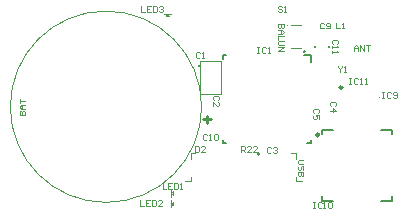
<source format=gto>
G04*
G04 #@! TF.GenerationSoftware,Altium Limited,Altium Designer,23.6.0 (18)*
G04*
G04 Layer_Color=65535*
%FSLAX44Y44*%
%MOMM*%
G71*
G04*
G04 #@! TF.SameCoordinates,CC53E28F-54C9-42A3-9587-E9B5384F7771*
G04*
G04*
G04 #@! TF.FilePolarity,Positive*
G04*
G01*
G75*
%ADD10C,0.1000*%
%ADD11C,0.1500*%
%ADD12C,0.2540*%
%ADD13C,0.2500*%
%ADD14C,0.2000*%
D10*
X273000Y190000D02*
G03*
X273000Y190000I-81000J0D01*
G01*
X423450Y197550D02*
G03*
X423450Y197550I-500J0D01*
G01*
X345545Y258937D02*
G03*
X345545Y258937I-500J0D01*
G01*
X271900Y200600D02*
Y228400D01*
Y200600D02*
X289700D01*
Y228400D01*
X271900D02*
X289700D01*
X352612Y145780D02*
Y150860D01*
X348802D02*
X352612D01*
X263712D02*
X267522D01*
X263712Y145780D02*
Y150860D01*
X352612Y126730D02*
X357692D01*
X352612D02*
Y130540D01*
X263712Y126730D02*
Y130540D01*
X258632Y126730D02*
X263712D01*
X348545Y239937D02*
X357545D01*
X348545Y258937D02*
X357545D01*
X247000Y105000D02*
Y111000D01*
Y108000D02*
X249000Y106500D01*
X247000Y108000D02*
X249000Y109500D01*
Y106500D02*
Y109500D01*
X242500Y266500D02*
X245500D01*
X244000Y268500D02*
X245500Y266500D01*
X242500D02*
X244000Y268500D01*
X241000D02*
X247000D01*
Y113750D02*
Y119750D01*
Y116750D02*
X249000Y115250D01*
X247000Y116750D02*
X249000Y118250D01*
Y115250D02*
Y118250D01*
X269900Y224400D02*
Y225233D01*
X270733D01*
Y224400D01*
X269900D01*
X267300Y157088D02*
Y152090D01*
X269799D01*
X270632Y152923D01*
Y156255D01*
X269799Y157088D01*
X267300D01*
X275631Y152090D02*
X272298D01*
X275631Y155422D01*
Y156255D01*
X274797Y157088D01*
X273131D01*
X272298Y156255D01*
X306200Y152000D02*
Y156998D01*
X308699D01*
X309532Y156165D01*
Y154499D01*
X308699Y153666D01*
X306200D01*
X307866D02*
X309532Y152000D01*
X314531D02*
X311198D01*
X314531Y155332D01*
Y156165D01*
X313697Y156998D01*
X312031D01*
X311198Y156165D01*
X319529Y152000D02*
X316197D01*
X319529Y155332D01*
Y156165D01*
X318696Y156998D01*
X317030D01*
X316197Y156165D01*
X221000Y110748D02*
Y105750D01*
X224332D01*
X229331Y110748D02*
X225998D01*
Y105750D01*
X229331D01*
X225998Y108249D02*
X227665D01*
X230997Y110748D02*
Y105750D01*
X233496D01*
X234329Y106583D01*
Y109915D01*
X233496Y110748D01*
X230997D01*
X239327Y105750D02*
X235995D01*
X239327Y109082D01*
Y109915D01*
X238494Y110748D01*
X236828D01*
X235995Y109915D01*
X239900Y125698D02*
Y120700D01*
X243232D01*
X248231Y125698D02*
X244898D01*
Y120700D01*
X248231D01*
X244898Y123199D02*
X246565D01*
X249897Y125698D02*
Y120700D01*
X252396D01*
X253229Y121533D01*
Y124865D01*
X252396Y125698D01*
X249897D01*
X254895Y120700D02*
X256561D01*
X255728D01*
Y125698D01*
X254895Y124865D01*
X387915Y242918D02*
X388748Y243751D01*
Y245417D01*
X387915Y246250D01*
X384583D01*
X383750Y245417D01*
Y243751D01*
X384583Y242918D01*
X383750Y241252D02*
Y239585D01*
Y240419D01*
X388748D01*
X387915Y241252D01*
X383750Y237086D02*
Y235420D01*
Y236253D01*
X388748D01*
X387915Y237086D01*
X386500Y261248D02*
Y256250D01*
X389832D01*
X391498D02*
X393164D01*
X392331D01*
Y261248D01*
X391498Y260415D01*
X376332D02*
X375499Y261248D01*
X373833D01*
X373000Y260415D01*
Y257083D01*
X373833Y256250D01*
X375499D01*
X376332Y257083D01*
X377998D02*
X378831Y256250D01*
X380498D01*
X381331Y257083D01*
Y260415D01*
X380498Y261248D01*
X378831D01*
X377998Y260415D01*
Y259582D01*
X378831Y258749D01*
X381331D01*
X367000Y108998D02*
X368666D01*
X367833D01*
Y104000D01*
X367000D01*
X368666D01*
X374498Y108165D02*
X373665Y108998D01*
X371998D01*
X371165Y108165D01*
Y104833D01*
X371998Y104000D01*
X373665D01*
X374498Y104833D01*
X376164Y104000D02*
X377830D01*
X376997D01*
Y108998D01*
X376164Y108165D01*
X380329D02*
X381162Y108998D01*
X382828D01*
X383661Y108165D01*
Y104833D01*
X382828Y104000D01*
X381162D01*
X380329Y104833D01*
Y108165D01*
X286865Y195668D02*
X287698Y196501D01*
Y198167D01*
X286865Y199000D01*
X283533D01*
X282700Y198167D01*
Y196501D01*
X283533Y195668D01*
X282700Y190669D02*
Y194002D01*
X286032Y190669D01*
X286865D01*
X287698Y191502D01*
Y193169D01*
X286865Y194002D01*
X341332Y274665D02*
X340499Y275498D01*
X338833D01*
X338000Y274665D01*
Y273832D01*
X338833Y272999D01*
X340499D01*
X341332Y272166D01*
Y271333D01*
X340499Y270500D01*
X338833D01*
X338000Y271333D01*
X342998Y270500D02*
X344664D01*
X343831D01*
Y275498D01*
X342998Y274665D01*
X397750Y214498D02*
X399416D01*
X398583D01*
Y209500D01*
X397750D01*
X399416D01*
X405248Y213665D02*
X404414Y214498D01*
X402748D01*
X401915Y213665D01*
Y210333D01*
X402748Y209500D01*
X404414D01*
X405248Y210333D01*
X406914Y209500D02*
X408580D01*
X407747D01*
Y214498D01*
X406914Y213665D01*
X411079Y209500D02*
X412745D01*
X411912D01*
Y214498D01*
X411079Y213665D01*
X425800Y202498D02*
X427466D01*
X426633D01*
Y197500D01*
X425800D01*
X427466D01*
X433298Y201665D02*
X432464Y202498D01*
X430798D01*
X429965Y201665D01*
Y198333D01*
X430798Y197500D01*
X432464D01*
X433298Y198333D01*
X434964D02*
X435797Y197500D01*
X437463D01*
X438296Y198333D01*
Y201665D01*
X437463Y202498D01*
X435797D01*
X434964Y201665D01*
Y200832D01*
X435797Y199999D01*
X438296D01*
X221750Y274898D02*
Y269900D01*
X225082D01*
X230081Y274898D02*
X226748D01*
Y269900D01*
X230081D01*
X226748Y272399D02*
X228414D01*
X231747Y274898D02*
Y269900D01*
X234246D01*
X235079Y270733D01*
Y274065D01*
X234246Y274898D01*
X231747D01*
X236745Y274065D02*
X237578Y274898D01*
X239244D01*
X240077Y274065D01*
Y273232D01*
X239244Y272399D01*
X238411D01*
X239244D01*
X240077Y271566D01*
Y270733D01*
X239244Y269900D01*
X237578D01*
X236745Y270733D01*
X371165Y184968D02*
X371998Y185801D01*
Y187467D01*
X371165Y188300D01*
X367833D01*
X367000Y187467D01*
Y185801D01*
X367833Y184968D01*
X371998Y179969D02*
Y183302D01*
X369499D01*
X370332Y181635D01*
Y180802D01*
X369499Y179969D01*
X367833D01*
X367000Y180802D01*
Y182469D01*
X367833Y183302D01*
X386065Y190418D02*
X386898Y191251D01*
Y192917D01*
X386065Y193750D01*
X382733D01*
X381900Y192917D01*
Y191251D01*
X382733Y190418D01*
X381900Y186252D02*
X386898D01*
X384399Y188752D01*
Y185419D01*
X331532Y155165D02*
X330699Y155998D01*
X329033D01*
X328200Y155165D01*
Y151833D01*
X329033Y151000D01*
X330699D01*
X331532Y151833D01*
X333198Y155165D02*
X334031Y155998D01*
X335698D01*
X336531Y155165D01*
Y154332D01*
X335698Y153499D01*
X334865D01*
X335698D01*
X336531Y152666D01*
Y151833D01*
X335698Y151000D01*
X334031D01*
X333198Y151833D01*
X271432Y235365D02*
X270599Y236198D01*
X268933D01*
X268100Y235365D01*
Y232033D01*
X268933Y231200D01*
X270599D01*
X271432Y232033D01*
X273098Y231200D02*
X274764D01*
X273931D01*
Y236198D01*
X273098Y235365D01*
X388750Y224248D02*
Y223415D01*
X390416Y221749D01*
X392082Y223415D01*
Y224248D01*
X390416Y221749D02*
Y219250D01*
X393748D02*
X395415D01*
X394581D01*
Y224248D01*
X393748Y223415D01*
X277632Y166038D02*
X276799Y166870D01*
X275133D01*
X274300Y166038D01*
Y162705D01*
X275133Y161872D01*
X276799D01*
X277632Y162705D01*
X279298Y161872D02*
X280965D01*
X280131D01*
Y166870D01*
X279298Y166038D01*
X283464D02*
X284297Y166870D01*
X285963D01*
X286796Y166038D01*
Y162705D01*
X285963Y161872D01*
X284297D01*
X283464Y162705D01*
Y166038D01*
X342748Y260250D02*
X337750D01*
Y257751D01*
X338583Y256918D01*
X339416D01*
X340249Y257751D01*
Y260250D01*
Y257751D01*
X341082Y256918D01*
X341915D01*
X342748Y257751D01*
Y260250D01*
X337750Y255252D02*
X341082D01*
X342748Y253585D01*
X341082Y251919D01*
X337750D01*
X340249D01*
Y255252D01*
X342748Y250253D02*
X337750D01*
Y246921D01*
X342748Y245255D02*
X338583D01*
X337750Y244422D01*
Y242756D01*
X338583Y241923D01*
X342748D01*
X337750Y240257D02*
X342748D01*
X337750Y236924D01*
X342748D01*
X402250Y237250D02*
Y240582D01*
X403916Y242248D01*
X405582Y240582D01*
Y237250D01*
Y239749D01*
X402250D01*
X407248Y237250D02*
Y242248D01*
X410581Y237250D01*
Y242248D01*
X412247D02*
X415579D01*
X413913D01*
Y237250D01*
X359248Y144818D02*
X355083D01*
X354250Y143985D01*
Y142319D01*
X355083Y141486D01*
X359248D01*
X358415Y136487D02*
X359248Y137320D01*
Y138987D01*
X358415Y139820D01*
X357582D01*
X356749Y138987D01*
Y137320D01*
X355916Y136487D01*
X355083D01*
X354250Y137320D01*
Y138987D01*
X355083Y139820D01*
X359248Y134821D02*
X354250D01*
Y132322D01*
X355083Y131489D01*
X355916D01*
X356749Y132322D01*
Y134821D01*
Y132322D01*
X357582Y131489D01*
X358415D01*
X359248Y132322D01*
Y134821D01*
X118802Y183200D02*
X123800D01*
Y185699D01*
X122967Y186532D01*
X122134D01*
X121301Y185699D01*
Y183200D01*
Y185699D01*
X120468Y186532D01*
X119635D01*
X118802Y185699D01*
Y183200D01*
X123800Y188198D02*
X120468D01*
X118802Y189865D01*
X120468Y191531D01*
X123800D01*
X121301D01*
Y188198D01*
X118802Y193197D02*
Y196529D01*
Y194863D01*
X123800D01*
X320300Y240298D02*
X321966D01*
X321133D01*
Y235300D01*
X320300D01*
X321966D01*
X327798Y239465D02*
X326964Y240298D01*
X325298D01*
X324465Y239465D01*
Y236133D01*
X325298Y235300D01*
X326964D01*
X327798Y236133D01*
X329464Y235300D02*
X331130D01*
X330297D01*
Y240298D01*
X329464Y239465D01*
D11*
X321910Y150000D02*
G03*
X321910Y150000I-750J0D01*
G01*
D12*
X360100Y236700D02*
G03*
X360100Y236700I-100J0D01*
G01*
X277638Y182540D02*
Y175875D01*
X280971Y179208D02*
X274306D01*
D13*
X392044Y206400D02*
G03*
X392044Y206400I-1044J0D01*
G01*
X372450Y166300D02*
G03*
X372450Y166300I-1250J0D01*
G01*
D14*
X380750Y240250D02*
Y241250D01*
X369250Y240250D02*
Y241250D01*
X359544Y233572D02*
X365294D01*
Y227822D02*
Y233572D01*
Y159072D02*
Y162072D01*
X362295Y159072D02*
X365294D01*
X290795D02*
X293795D01*
X290795D02*
Y162072D01*
Y233572D02*
X293795D01*
X290795Y230572D02*
Y233572D01*
X434500Y167050D02*
Y170600D01*
X424600D02*
X434500D01*
X374500Y110600D02*
X384400D01*
X424600D02*
X434500D01*
Y114150D01*
X374500Y167050D02*
Y170600D01*
Y110600D02*
Y114150D01*
Y170600D02*
X384400D01*
M02*

</source>
